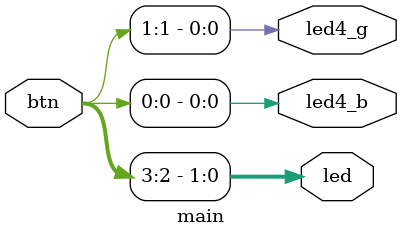
<source format=v>
`timescale 1ns / 1ps


module main(
    input [3:0] btn,
    output reg [1:0] led,
    output reg led4_b,
    output reg led4_g
    );
    
    always @(*) begin
        led[1] <= btn[3];
        led[0] <= btn[2];
        led4_g <= btn[1];
        led4_b <= btn[0];
    end
    
endmodule

</source>
